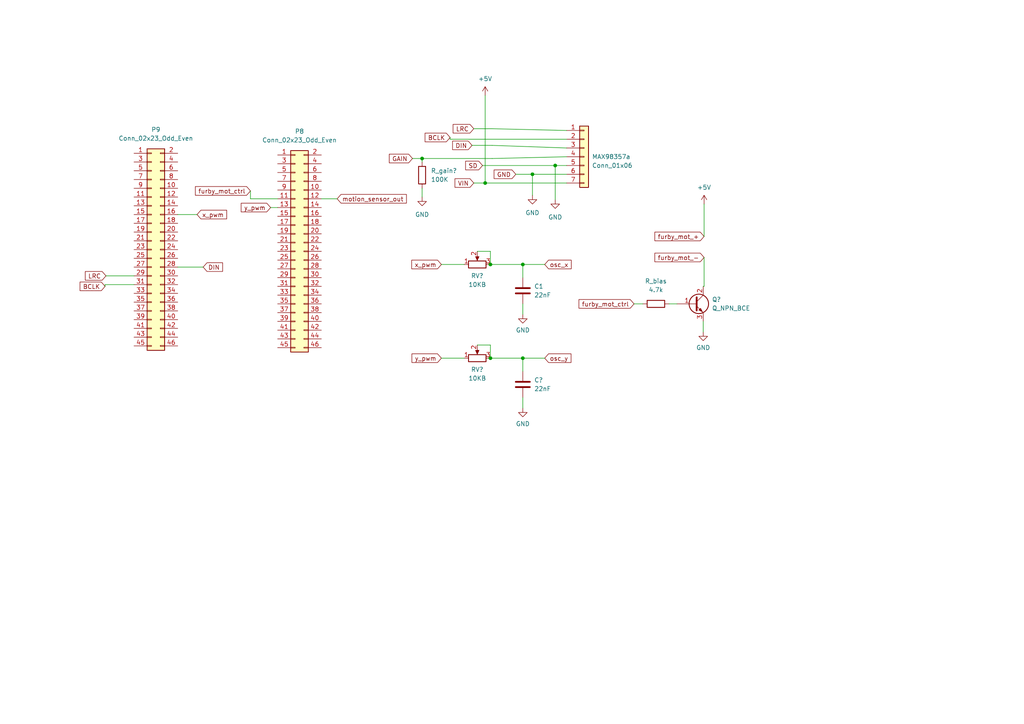
<source format=kicad_sch>
(kicad_sch (version 20211123) (generator eeschema)

  (uuid 5df4bb5f-dab6-42dd-8ba3-26d4b29056d5)

  (paper "A4")

  (title_block
    (title "Furby Controller")
  )

  (lib_symbols
    (symbol "Connector_Generic:Conn_01x07" (pin_names (offset 1.016) hide) (in_bom yes) (on_board yes)
      (property "Reference" "J" (id 0) (at 0 10.16 0)
        (effects (font (size 1.27 1.27)))
      )
      (property "Value" "Conn_01x07" (id 1) (at 0 -10.16 0)
        (effects (font (size 1.27 1.27)))
      )
      (property "Footprint" "" (id 2) (at 0 0 0)
        (effects (font (size 1.27 1.27)) hide)
      )
      (property "Datasheet" "~" (id 3) (at 0 0 0)
        (effects (font (size 1.27 1.27)) hide)
      )
      (property "ki_keywords" "connector" (id 4) (at 0 0 0)
        (effects (font (size 1.27 1.27)) hide)
      )
      (property "ki_description" "Generic connector, single row, 01x07, script generated (kicad-library-utils/schlib/autogen/connector/)" (id 5) (at 0 0 0)
        (effects (font (size 1.27 1.27)) hide)
      )
      (property "ki_fp_filters" "Connector*:*_1x??_*" (id 6) (at 0 0 0)
        (effects (font (size 1.27 1.27)) hide)
      )
      (symbol "Conn_01x07_1_1"
        (rectangle (start -1.27 -7.493) (end 0 -7.747)
          (stroke (width 0.1524) (type default) (color 0 0 0 0))
          (fill (type none))
        )
        (rectangle (start -1.27 -4.953) (end 0 -5.207)
          (stroke (width 0.1524) (type default) (color 0 0 0 0))
          (fill (type none))
        )
        (rectangle (start -1.27 -2.413) (end 0 -2.667)
          (stroke (width 0.1524) (type default) (color 0 0 0 0))
          (fill (type none))
        )
        (rectangle (start -1.27 0.127) (end 0 -0.127)
          (stroke (width 0.1524) (type default) (color 0 0 0 0))
          (fill (type none))
        )
        (rectangle (start -1.27 2.667) (end 0 2.413)
          (stroke (width 0.1524) (type default) (color 0 0 0 0))
          (fill (type none))
        )
        (rectangle (start -1.27 5.207) (end 0 4.953)
          (stroke (width 0.1524) (type default) (color 0 0 0 0))
          (fill (type none))
        )
        (rectangle (start -1.27 7.747) (end 0 7.493)
          (stroke (width 0.1524) (type default) (color 0 0 0 0))
          (fill (type none))
        )
        (rectangle (start -1.27 8.89) (end 1.27 -8.89)
          (stroke (width 0.254) (type default) (color 0 0 0 0))
          (fill (type background))
        )
        (pin passive line (at -5.08 7.62 0) (length 3.81)
          (name "Pin_1" (effects (font (size 1.27 1.27))))
          (number "1" (effects (font (size 1.27 1.27))))
        )
        (pin passive line (at -5.08 5.08 0) (length 3.81)
          (name "Pin_2" (effects (font (size 1.27 1.27))))
          (number "2" (effects (font (size 1.27 1.27))))
        )
        (pin passive line (at -5.08 2.54 0) (length 3.81)
          (name "Pin_3" (effects (font (size 1.27 1.27))))
          (number "3" (effects (font (size 1.27 1.27))))
        )
        (pin passive line (at -5.08 0 0) (length 3.81)
          (name "Pin_4" (effects (font (size 1.27 1.27))))
          (number "4" (effects (font (size 1.27 1.27))))
        )
        (pin passive line (at -5.08 -2.54 0) (length 3.81)
          (name "Pin_5" (effects (font (size 1.27 1.27))))
          (number "5" (effects (font (size 1.27 1.27))))
        )
        (pin passive line (at -5.08 -5.08 0) (length 3.81)
          (name "Pin_6" (effects (font (size 1.27 1.27))))
          (number "6" (effects (font (size 1.27 1.27))))
        )
        (pin passive line (at -5.08 -7.62 0) (length 3.81)
          (name "Pin_7" (effects (font (size 1.27 1.27))))
          (number "7" (effects (font (size 1.27 1.27))))
        )
      )
    )
    (symbol "Connector_Generic:Conn_02x23_Odd_Even" (pin_names (offset 1.016) hide) (in_bom yes) (on_board yes)
      (property "Reference" "J" (id 0) (at 1.27 30.48 0)
        (effects (font (size 1.27 1.27)))
      )
      (property "Value" "Conn_02x23_Odd_Even" (id 1) (at 1.27 -30.48 0)
        (effects (font (size 1.27 1.27)))
      )
      (property "Footprint" "" (id 2) (at 0 0 0)
        (effects (font (size 1.27 1.27)) hide)
      )
      (property "Datasheet" "~" (id 3) (at 0 0 0)
        (effects (font (size 1.27 1.27)) hide)
      )
      (property "ki_keywords" "connector" (id 4) (at 0 0 0)
        (effects (font (size 1.27 1.27)) hide)
      )
      (property "ki_description" "Generic connector, double row, 02x23, odd/even pin numbering scheme (row 1 odd numbers, row 2 even numbers), script generated (kicad-library-utils/schlib/autogen/connector/)" (id 5) (at 0 0 0)
        (effects (font (size 1.27 1.27)) hide)
      )
      (property "ki_fp_filters" "Connector*:*_2x??_*" (id 6) (at 0 0 0)
        (effects (font (size 1.27 1.27)) hide)
      )
      (symbol "Conn_02x23_Odd_Even_1_1"
        (rectangle (start -1.27 -27.813) (end 0 -28.067)
          (stroke (width 0.1524) (type default) (color 0 0 0 0))
          (fill (type none))
        )
        (rectangle (start -1.27 -25.273) (end 0 -25.527)
          (stroke (width 0.1524) (type default) (color 0 0 0 0))
          (fill (type none))
        )
        (rectangle (start -1.27 -22.733) (end 0 -22.987)
          (stroke (width 0.1524) (type default) (color 0 0 0 0))
          (fill (type none))
        )
        (rectangle (start -1.27 -20.193) (end 0 -20.447)
          (stroke (width 0.1524) (type default) (color 0 0 0 0))
          (fill (type none))
        )
        (rectangle (start -1.27 -17.653) (end 0 -17.907)
          (stroke (width 0.1524) (type default) (color 0 0 0 0))
          (fill (type none))
        )
        (rectangle (start -1.27 -15.113) (end 0 -15.367)
          (stroke (width 0.1524) (type default) (color 0 0 0 0))
          (fill (type none))
        )
        (rectangle (start -1.27 -12.573) (end 0 -12.827)
          (stroke (width 0.1524) (type default) (color 0 0 0 0))
          (fill (type none))
        )
        (rectangle (start -1.27 -10.033) (end 0 -10.287)
          (stroke (width 0.1524) (type default) (color 0 0 0 0))
          (fill (type none))
        )
        (rectangle (start -1.27 -7.493) (end 0 -7.747)
          (stroke (width 0.1524) (type default) (color 0 0 0 0))
          (fill (type none))
        )
        (rectangle (start -1.27 -4.953) (end 0 -5.207)
          (stroke (width 0.1524) (type default) (color 0 0 0 0))
          (fill (type none))
        )
        (rectangle (start -1.27 -2.413) (end 0 -2.667)
          (stroke (width 0.1524) (type default) (color 0 0 0 0))
          (fill (type none))
        )
        (rectangle (start -1.27 0.127) (end 0 -0.127)
          (stroke (width 0.1524) (type default) (color 0 0 0 0))
          (fill (type none))
        )
        (rectangle (start -1.27 2.667) (end 0 2.413)
          (stroke (width 0.1524) (type default) (color 0 0 0 0))
          (fill (type none))
        )
        (rectangle (start -1.27 5.207) (end 0 4.953)
          (stroke (width 0.1524) (type default) (color 0 0 0 0))
          (fill (type none))
        )
        (rectangle (start -1.27 7.747) (end 0 7.493)
          (stroke (width 0.1524) (type default) (color 0 0 0 0))
          (fill (type none))
        )
        (rectangle (start -1.27 10.287) (end 0 10.033)
          (stroke (width 0.1524) (type default) (color 0 0 0 0))
          (fill (type none))
        )
        (rectangle (start -1.27 12.827) (end 0 12.573)
          (stroke (width 0.1524) (type default) (color 0 0 0 0))
          (fill (type none))
        )
        (rectangle (start -1.27 15.367) (end 0 15.113)
          (stroke (width 0.1524) (type default) (color 0 0 0 0))
          (fill (type none))
        )
        (rectangle (start -1.27 17.907) (end 0 17.653)
          (stroke (width 0.1524) (type default) (color 0 0 0 0))
          (fill (type none))
        )
        (rectangle (start -1.27 20.447) (end 0 20.193)
          (stroke (width 0.1524) (type default) (color 0 0 0 0))
          (fill (type none))
        )
        (rectangle (start -1.27 22.987) (end 0 22.733)
          (stroke (width 0.1524) (type default) (color 0 0 0 0))
          (fill (type none))
        )
        (rectangle (start -1.27 25.527) (end 0 25.273)
          (stroke (width 0.1524) (type default) (color 0 0 0 0))
          (fill (type none))
        )
        (rectangle (start -1.27 28.067) (end 0 27.813)
          (stroke (width 0.1524) (type default) (color 0 0 0 0))
          (fill (type none))
        )
        (rectangle (start -1.27 29.21) (end 3.81 -29.21)
          (stroke (width 0.254) (type default) (color 0 0 0 0))
          (fill (type background))
        )
        (rectangle (start 3.81 -27.813) (end 2.54 -28.067)
          (stroke (width 0.1524) (type default) (color 0 0 0 0))
          (fill (type none))
        )
        (rectangle (start 3.81 -25.273) (end 2.54 -25.527)
          (stroke (width 0.1524) (type default) (color 0 0 0 0))
          (fill (type none))
        )
        (rectangle (start 3.81 -22.733) (end 2.54 -22.987)
          (stroke (width 0.1524) (type default) (color 0 0 0 0))
          (fill (type none))
        )
        (rectangle (start 3.81 -20.193) (end 2.54 -20.447)
          (stroke (width 0.1524) (type default) (color 0 0 0 0))
          (fill (type none))
        )
        (rectangle (start 3.81 -17.653) (end 2.54 -17.907)
          (stroke (width 0.1524) (type default) (color 0 0 0 0))
          (fill (type none))
        )
        (rectangle (start 3.81 -15.113) (end 2.54 -15.367)
          (stroke (width 0.1524) (type default) (color 0 0 0 0))
          (fill (type none))
        )
        (rectangle (start 3.81 -12.573) (end 2.54 -12.827)
          (stroke (width 0.1524) (type default) (color 0 0 0 0))
          (fill (type none))
        )
        (rectangle (start 3.81 -10.033) (end 2.54 -10.287)
          (stroke (width 0.1524) (type default) (color 0 0 0 0))
          (fill (type none))
        )
        (rectangle (start 3.81 -7.493) (end 2.54 -7.747)
          (stroke (width 0.1524) (type default) (color 0 0 0 0))
          (fill (type none))
        )
        (rectangle (start 3.81 -4.953) (end 2.54 -5.207)
          (stroke (width 0.1524) (type default) (color 0 0 0 0))
          (fill (type none))
        )
        (rectangle (start 3.81 -2.413) (end 2.54 -2.667)
          (stroke (width 0.1524) (type default) (color 0 0 0 0))
          (fill (type none))
        )
        (rectangle (start 3.81 0.127) (end 2.54 -0.127)
          (stroke (width 0.1524) (type default) (color 0 0 0 0))
          (fill (type none))
        )
        (rectangle (start 3.81 2.667) (end 2.54 2.413)
          (stroke (width 0.1524) (type default) (color 0 0 0 0))
          (fill (type none))
        )
        (rectangle (start 3.81 5.207) (end 2.54 4.953)
          (stroke (width 0.1524) (type default) (color 0 0 0 0))
          (fill (type none))
        )
        (rectangle (start 3.81 7.747) (end 2.54 7.493)
          (stroke (width 0.1524) (type default) (color 0 0 0 0))
          (fill (type none))
        )
        (rectangle (start 3.81 10.287) (end 2.54 10.033)
          (stroke (width 0.1524) (type default) (color 0 0 0 0))
          (fill (type none))
        )
        (rectangle (start 3.81 12.827) (end 2.54 12.573)
          (stroke (width 0.1524) (type default) (color 0 0 0 0))
          (fill (type none))
        )
        (rectangle (start 3.81 15.367) (end 2.54 15.113)
          (stroke (width 0.1524) (type default) (color 0 0 0 0))
          (fill (type none))
        )
        (rectangle (start 3.81 17.907) (end 2.54 17.653)
          (stroke (width 0.1524) (type default) (color 0 0 0 0))
          (fill (type none))
        )
        (rectangle (start 3.81 20.447) (end 2.54 20.193)
          (stroke (width 0.1524) (type default) (color 0 0 0 0))
          (fill (type none))
        )
        (rectangle (start 3.81 22.987) (end 2.54 22.733)
          (stroke (width 0.1524) (type default) (color 0 0 0 0))
          (fill (type none))
        )
        (rectangle (start 3.81 25.527) (end 2.54 25.273)
          (stroke (width 0.1524) (type default) (color 0 0 0 0))
          (fill (type none))
        )
        (rectangle (start 3.81 28.067) (end 2.54 27.813)
          (stroke (width 0.1524) (type default) (color 0 0 0 0))
          (fill (type none))
        )
        (pin passive line (at -5.08 27.94 0) (length 3.81)
          (name "Pin_1" (effects (font (size 1.27 1.27))))
          (number "1" (effects (font (size 1.27 1.27))))
        )
        (pin passive line (at 7.62 17.78 180) (length 3.81)
          (name "Pin_10" (effects (font (size 1.27 1.27))))
          (number "10" (effects (font (size 1.27 1.27))))
        )
        (pin passive line (at -5.08 15.24 0) (length 3.81)
          (name "Pin_11" (effects (font (size 1.27 1.27))))
          (number "11" (effects (font (size 1.27 1.27))))
        )
        (pin passive line (at 7.62 15.24 180) (length 3.81)
          (name "Pin_12" (effects (font (size 1.27 1.27))))
          (number "12" (effects (font (size 1.27 1.27))))
        )
        (pin passive line (at -5.08 12.7 0) (length 3.81)
          (name "Pin_13" (effects (font (size 1.27 1.27))))
          (number "13" (effects (font (size 1.27 1.27))))
        )
        (pin passive line (at 7.62 12.7 180) (length 3.81)
          (name "Pin_14" (effects (font (size 1.27 1.27))))
          (number "14" (effects (font (size 1.27 1.27))))
        )
        (pin passive line (at -5.08 10.16 0) (length 3.81)
          (name "Pin_15" (effects (font (size 1.27 1.27))))
          (number "15" (effects (font (size 1.27 1.27))))
        )
        (pin passive line (at 7.62 10.16 180) (length 3.81)
          (name "Pin_16" (effects (font (size 1.27 1.27))))
          (number "16" (effects (font (size 1.27 1.27))))
        )
        (pin passive line (at -5.08 7.62 0) (length 3.81)
          (name "Pin_17" (effects (font (size 1.27 1.27))))
          (number "17" (effects (font (size 1.27 1.27))))
        )
        (pin passive line (at 7.62 7.62 180) (length 3.81)
          (name "Pin_18" (effects (font (size 1.27 1.27))))
          (number "18" (effects (font (size 1.27 1.27))))
        )
        (pin passive line (at -5.08 5.08 0) (length 3.81)
          (name "Pin_19" (effects (font (size 1.27 1.27))))
          (number "19" (effects (font (size 1.27 1.27))))
        )
        (pin passive line (at 7.62 27.94 180) (length 3.81)
          (name "Pin_2" (effects (font (size 1.27 1.27))))
          (number "2" (effects (font (size 1.27 1.27))))
        )
        (pin passive line (at 7.62 5.08 180) (length 3.81)
          (name "Pin_20" (effects (font (size 1.27 1.27))))
          (number "20" (effects (font (size 1.27 1.27))))
        )
        (pin passive line (at -5.08 2.54 0) (length 3.81)
          (name "Pin_21" (effects (font (size 1.27 1.27))))
          (number "21" (effects (font (size 1.27 1.27))))
        )
        (pin passive line (at 7.62 2.54 180) (length 3.81)
          (name "Pin_22" (effects (font (size 1.27 1.27))))
          (number "22" (effects (font (size 1.27 1.27))))
        )
        (pin passive line (at -5.08 0 0) (length 3.81)
          (name "Pin_23" (effects (font (size 1.27 1.27))))
          (number "23" (effects (font (size 1.27 1.27))))
        )
        (pin passive line (at 7.62 0 180) (length 3.81)
          (name "Pin_24" (effects (font (size 1.27 1.27))))
          (number "24" (effects (font (size 1.27 1.27))))
        )
        (pin passive line (at -5.08 -2.54 0) (length 3.81)
          (name "Pin_25" (effects (font (size 1.27 1.27))))
          (number "25" (effects (font (size 1.27 1.27))))
        )
        (pin passive line (at 7.62 -2.54 180) (length 3.81)
          (name "Pin_26" (effects (font (size 1.27 1.27))))
          (number "26" (effects (font (size 1.27 1.27))))
        )
        (pin passive line (at -5.08 -5.08 0) (length 3.81)
          (name "Pin_27" (effects (font (size 1.27 1.27))))
          (number "27" (effects (font (size 1.27 1.27))))
        )
        (pin passive line (at 7.62 -5.08 180) (length 3.81)
          (name "Pin_28" (effects (font (size 1.27 1.27))))
          (number "28" (effects (font (size 1.27 1.27))))
        )
        (pin passive line (at -5.08 -7.62 0) (length 3.81)
          (name "Pin_29" (effects (font (size 1.27 1.27))))
          (number "29" (effects (font (size 1.27 1.27))))
        )
        (pin passive line (at -5.08 25.4 0) (length 3.81)
          (name "Pin_3" (effects (font (size 1.27 1.27))))
          (number "3" (effects (font (size 1.27 1.27))))
        )
        (pin passive line (at 7.62 -7.62 180) (length 3.81)
          (name "Pin_30" (effects (font (size 1.27 1.27))))
          (number "30" (effects (font (size 1.27 1.27))))
        )
        (pin passive line (at -5.08 -10.16 0) (length 3.81)
          (name "Pin_31" (effects (font (size 1.27 1.27))))
          (number "31" (effects (font (size 1.27 1.27))))
        )
        (pin passive line (at 7.62 -10.16 180) (length 3.81)
          (name "Pin_32" (effects (font (size 1.27 1.27))))
          (number "32" (effects (font (size 1.27 1.27))))
        )
        (pin passive line (at -5.08 -12.7 0) (length 3.81)
          (name "Pin_33" (effects (font (size 1.27 1.27))))
          (number "33" (effects (font (size 1.27 1.27))))
        )
        (pin passive line (at 7.62 -12.7 180) (length 3.81)
          (name "Pin_34" (effects (font (size 1.27 1.27))))
          (number "34" (effects (font (size 1.27 1.27))))
        )
        (pin passive line (at -5.08 -15.24 0) (length 3.81)
          (name "Pin_35" (effects (font (size 1.27 1.27))))
          (number "35" (effects (font (size 1.27 1.27))))
        )
        (pin passive line (at 7.62 -15.24 180) (length 3.81)
          (name "Pin_36" (effects (font (size 1.27 1.27))))
          (number "36" (effects (font (size 1.27 1.27))))
        )
        (pin passive line (at -5.08 -17.78 0) (length 3.81)
          (name "Pin_37" (effects (font (size 1.27 1.27))))
          (number "37" (effects (font (size 1.27 1.27))))
        )
        (pin passive line (at 7.62 -17.78 180) (length 3.81)
          (name "Pin_38" (effects (font (size 1.27 1.27))))
          (number "38" (effects (font (size 1.27 1.27))))
        )
        (pin passive line (at -5.08 -20.32 0) (length 3.81)
          (name "Pin_39" (effects (font (size 1.27 1.27))))
          (number "39" (effects (font (size 1.27 1.27))))
        )
        (pin passive line (at 7.62 25.4 180) (length 3.81)
          (name "Pin_4" (effects (font (size 1.27 1.27))))
          (number "4" (effects (font (size 1.27 1.27))))
        )
        (pin passive line (at 7.62 -20.32 180) (length 3.81)
          (name "Pin_40" (effects (font (size 1.27 1.27))))
          (number "40" (effects (font (size 1.27 1.27))))
        )
        (pin passive line (at -5.08 -22.86 0) (length 3.81)
          (name "Pin_41" (effects (font (size 1.27 1.27))))
          (number "41" (effects (font (size 1.27 1.27))))
        )
        (pin passive line (at 7.62 -22.86 180) (length 3.81)
          (name "Pin_42" (effects (font (size 1.27 1.27))))
          (number "42" (effects (font (size 1.27 1.27))))
        )
        (pin passive line (at -5.08 -25.4 0) (length 3.81)
          (name "Pin_43" (effects (font (size 1.27 1.27))))
          (number "43" (effects (font (size 1.27 1.27))))
        )
        (pin passive line (at 7.62 -25.4 180) (length 3.81)
          (name "Pin_44" (effects (font (size 1.27 1.27))))
          (number "44" (effects (font (size 1.27 1.27))))
        )
        (pin passive line (at -5.08 -27.94 0) (length 3.81)
          (name "Pin_45" (effects (font (size 1.27 1.27))))
          (number "45" (effects (font (size 1.27 1.27))))
        )
        (pin passive line (at 7.62 -27.94 180) (length 3.81)
          (name "Pin_46" (effects (font (size 1.27 1.27))))
          (number "46" (effects (font (size 1.27 1.27))))
        )
        (pin passive line (at -5.08 22.86 0) (length 3.81)
          (name "Pin_5" (effects (font (size 1.27 1.27))))
          (number "5" (effects (font (size 1.27 1.27))))
        )
        (pin passive line (at 7.62 22.86 180) (length 3.81)
          (name "Pin_6" (effects (font (size 1.27 1.27))))
          (number "6" (effects (font (size 1.27 1.27))))
        )
        (pin passive line (at -5.08 20.32 0) (length 3.81)
          (name "Pin_7" (effects (font (size 1.27 1.27))))
          (number "7" (effects (font (size 1.27 1.27))))
        )
        (pin passive line (at 7.62 20.32 180) (length 3.81)
          (name "Pin_8" (effects (font (size 1.27 1.27))))
          (number "8" (effects (font (size 1.27 1.27))))
        )
        (pin passive line (at -5.08 17.78 0) (length 3.81)
          (name "Pin_9" (effects (font (size 1.27 1.27))))
          (number "9" (effects (font (size 1.27 1.27))))
        )
      )
    )
    (symbol "Device:C" (pin_numbers hide) (pin_names (offset 0.254)) (in_bom yes) (on_board yes)
      (property "Reference" "C" (id 0) (at 0.635 2.54 0)
        (effects (font (size 1.27 1.27)) (justify left))
      )
      (property "Value" "C" (id 1) (at 0.635 -2.54 0)
        (effects (font (size 1.27 1.27)) (justify left))
      )
      (property "Footprint" "" (id 2) (at 0.9652 -3.81 0)
        (effects (font (size 1.27 1.27)) hide)
      )
      (property "Datasheet" "~" (id 3) (at 0 0 0)
        (effects (font (size 1.27 1.27)) hide)
      )
      (property "ki_keywords" "cap capacitor" (id 4) (at 0 0 0)
        (effects (font (size 1.27 1.27)) hide)
      )
      (property "ki_description" "Unpolarized capacitor" (id 5) (at 0 0 0)
        (effects (font (size 1.27 1.27)) hide)
      )
      (property "ki_fp_filters" "C_*" (id 6) (at 0 0 0)
        (effects (font (size 1.27 1.27)) hide)
      )
      (symbol "C_0_1"
        (polyline
          (pts
            (xy -2.032 -0.762)
            (xy 2.032 -0.762)
          )
          (stroke (width 0.508) (type default) (color 0 0 0 0))
          (fill (type none))
        )
        (polyline
          (pts
            (xy -2.032 0.762)
            (xy 2.032 0.762)
          )
          (stroke (width 0.508) (type default) (color 0 0 0 0))
          (fill (type none))
        )
      )
      (symbol "C_1_1"
        (pin passive line (at 0 3.81 270) (length 2.794)
          (name "~" (effects (font (size 1.27 1.27))))
          (number "1" (effects (font (size 1.27 1.27))))
        )
        (pin passive line (at 0 -3.81 90) (length 2.794)
          (name "~" (effects (font (size 1.27 1.27))))
          (number "2" (effects (font (size 1.27 1.27))))
        )
      )
    )
    (symbol "Device:Q_NPN_BCE" (pin_names (offset 0) hide) (in_bom yes) (on_board yes)
      (property "Reference" "Q" (id 0) (at 5.08 1.27 0)
        (effects (font (size 1.27 1.27)) (justify left))
      )
      (property "Value" "Q_NPN_BCE" (id 1) (at 5.08 -1.27 0)
        (effects (font (size 1.27 1.27)) (justify left))
      )
      (property "Footprint" "" (id 2) (at 5.08 2.54 0)
        (effects (font (size 1.27 1.27)) hide)
      )
      (property "Datasheet" "~" (id 3) (at 0 0 0)
        (effects (font (size 1.27 1.27)) hide)
      )
      (property "ki_keywords" "transistor NPN" (id 4) (at 0 0 0)
        (effects (font (size 1.27 1.27)) hide)
      )
      (property "ki_description" "NPN transistor, base/collector/emitter" (id 5) (at 0 0 0)
        (effects (font (size 1.27 1.27)) hide)
      )
      (symbol "Q_NPN_BCE_0_1"
        (polyline
          (pts
            (xy 0.635 0.635)
            (xy 2.54 2.54)
          )
          (stroke (width 0) (type default) (color 0 0 0 0))
          (fill (type none))
        )
        (polyline
          (pts
            (xy 0.635 -0.635)
            (xy 2.54 -2.54)
            (xy 2.54 -2.54)
          )
          (stroke (width 0) (type default) (color 0 0 0 0))
          (fill (type none))
        )
        (polyline
          (pts
            (xy 0.635 1.905)
            (xy 0.635 -1.905)
            (xy 0.635 -1.905)
          )
          (stroke (width 0.508) (type default) (color 0 0 0 0))
          (fill (type none))
        )
        (polyline
          (pts
            (xy 1.27 -1.778)
            (xy 1.778 -1.27)
            (xy 2.286 -2.286)
            (xy 1.27 -1.778)
            (xy 1.27 -1.778)
          )
          (stroke (width 0) (type default) (color 0 0 0 0))
          (fill (type outline))
        )
        (circle (center 1.27 0) (radius 2.8194)
          (stroke (width 0.254) (type default) (color 0 0 0 0))
          (fill (type none))
        )
      )
      (symbol "Q_NPN_BCE_1_1"
        (pin input line (at -5.08 0 0) (length 5.715)
          (name "B" (effects (font (size 1.27 1.27))))
          (number "1" (effects (font (size 1.27 1.27))))
        )
        (pin passive line (at 2.54 5.08 270) (length 2.54)
          (name "C" (effects (font (size 1.27 1.27))))
          (number "2" (effects (font (size 1.27 1.27))))
        )
        (pin passive line (at 2.54 -5.08 90) (length 2.54)
          (name "E" (effects (font (size 1.27 1.27))))
          (number "3" (effects (font (size 1.27 1.27))))
        )
      )
    )
    (symbol "Device:R" (pin_numbers hide) (pin_names (offset 0)) (in_bom yes) (on_board yes)
      (property "Reference" "R" (id 0) (at 2.032 0 90)
        (effects (font (size 1.27 1.27)))
      )
      (property "Value" "R" (id 1) (at 0 0 90)
        (effects (font (size 1.27 1.27)))
      )
      (property "Footprint" "" (id 2) (at -1.778 0 90)
        (effects (font (size 1.27 1.27)) hide)
      )
      (property "Datasheet" "~" (id 3) (at 0 0 0)
        (effects (font (size 1.27 1.27)) hide)
      )
      (property "ki_keywords" "R res resistor" (id 4) (at 0 0 0)
        (effects (font (size 1.27 1.27)) hide)
      )
      (property "ki_description" "Resistor" (id 5) (at 0 0 0)
        (effects (font (size 1.27 1.27)) hide)
      )
      (property "ki_fp_filters" "R_*" (id 6) (at 0 0 0)
        (effects (font (size 1.27 1.27)) hide)
      )
      (symbol "R_0_1"
        (rectangle (start -1.016 -2.54) (end 1.016 2.54)
          (stroke (width 0.254) (type default) (color 0 0 0 0))
          (fill (type none))
        )
      )
      (symbol "R_1_1"
        (pin passive line (at 0 3.81 270) (length 1.27)
          (name "~" (effects (font (size 1.27 1.27))))
          (number "1" (effects (font (size 1.27 1.27))))
        )
        (pin passive line (at 0 -3.81 90) (length 1.27)
          (name "~" (effects (font (size 1.27 1.27))))
          (number "2" (effects (font (size 1.27 1.27))))
        )
      )
    )
    (symbol "Device:R_Potentiometer" (pin_names (offset 1.016) hide) (in_bom yes) (on_board yes)
      (property "Reference" "RV" (id 0) (at -4.445 0 90)
        (effects (font (size 1.27 1.27)))
      )
      (property "Value" "R_Potentiometer" (id 1) (at -2.54 0 90)
        (effects (font (size 1.27 1.27)))
      )
      (property "Footprint" "" (id 2) (at 0 0 0)
        (effects (font (size 1.27 1.27)) hide)
      )
      (property "Datasheet" "~" (id 3) (at 0 0 0)
        (effects (font (size 1.27 1.27)) hide)
      )
      (property "ki_keywords" "resistor variable" (id 4) (at 0 0 0)
        (effects (font (size 1.27 1.27)) hide)
      )
      (property "ki_description" "Potentiometer" (id 5) (at 0 0 0)
        (effects (font (size 1.27 1.27)) hide)
      )
      (property "ki_fp_filters" "Potentiometer*" (id 6) (at 0 0 0)
        (effects (font (size 1.27 1.27)) hide)
      )
      (symbol "R_Potentiometer_0_1"
        (polyline
          (pts
            (xy 2.54 0)
            (xy 1.524 0)
          )
          (stroke (width 0) (type default) (color 0 0 0 0))
          (fill (type none))
        )
        (polyline
          (pts
            (xy 1.143 0)
            (xy 2.286 0.508)
            (xy 2.286 -0.508)
            (xy 1.143 0)
          )
          (stroke (width 0) (type default) (color 0 0 0 0))
          (fill (type outline))
        )
        (rectangle (start 1.016 2.54) (end -1.016 -2.54)
          (stroke (width 0.254) (type default) (color 0 0 0 0))
          (fill (type none))
        )
      )
      (symbol "R_Potentiometer_1_1"
        (pin passive line (at 0 3.81 270) (length 1.27)
          (name "1" (effects (font (size 1.27 1.27))))
          (number "1" (effects (font (size 1.27 1.27))))
        )
        (pin passive line (at 3.81 0 180) (length 1.27)
          (name "2" (effects (font (size 1.27 1.27))))
          (number "2" (effects (font (size 1.27 1.27))))
        )
        (pin passive line (at 0 -3.81 90) (length 1.27)
          (name "3" (effects (font (size 1.27 1.27))))
          (number "3" (effects (font (size 1.27 1.27))))
        )
      )
    )
    (symbol "power:+5V" (power) (pin_names (offset 0)) (in_bom yes) (on_board yes)
      (property "Reference" "#PWR" (id 0) (at 0 -3.81 0)
        (effects (font (size 1.27 1.27)) hide)
      )
      (property "Value" "+5V" (id 1) (at 0 3.556 0)
        (effects (font (size 1.27 1.27)))
      )
      (property "Footprint" "" (id 2) (at 0 0 0)
        (effects (font (size 1.27 1.27)) hide)
      )
      (property "Datasheet" "" (id 3) (at 0 0 0)
        (effects (font (size 1.27 1.27)) hide)
      )
      (property "ki_keywords" "global power" (id 4) (at 0 0 0)
        (effects (font (size 1.27 1.27)) hide)
      )
      (property "ki_description" "Power symbol creates a global label with name \"+5V\"" (id 5) (at 0 0 0)
        (effects (font (size 1.27 1.27)) hide)
      )
      (symbol "+5V_0_1"
        (polyline
          (pts
            (xy -0.762 1.27)
            (xy 0 2.54)
          )
          (stroke (width 0) (type default) (color 0 0 0 0))
          (fill (type none))
        )
        (polyline
          (pts
            (xy 0 0)
            (xy 0 2.54)
          )
          (stroke (width 0) (type default) (color 0 0 0 0))
          (fill (type none))
        )
        (polyline
          (pts
            (xy 0 2.54)
            (xy 0.762 1.27)
          )
          (stroke (width 0) (type default) (color 0 0 0 0))
          (fill (type none))
        )
      )
      (symbol "+5V_1_1"
        (pin power_in line (at 0 0 90) (length 0) hide
          (name "+5V" (effects (font (size 1.27 1.27))))
          (number "1" (effects (font (size 1.27 1.27))))
        )
      )
    )
    (symbol "power:GND" (power) (pin_names (offset 0)) (in_bom yes) (on_board yes)
      (property "Reference" "#PWR" (id 0) (at 0 -6.35 0)
        (effects (font (size 1.27 1.27)) hide)
      )
      (property "Value" "GND" (id 1) (at 0 -3.81 0)
        (effects (font (size 1.27 1.27)))
      )
      (property "Footprint" "" (id 2) (at 0 0 0)
        (effects (font (size 1.27 1.27)) hide)
      )
      (property "Datasheet" "" (id 3) (at 0 0 0)
        (effects (font (size 1.27 1.27)) hide)
      )
      (property "ki_keywords" "global power" (id 4) (at 0 0 0)
        (effects (font (size 1.27 1.27)) hide)
      )
      (property "ki_description" "Power symbol creates a global label with name \"GND\" , ground" (id 5) (at 0 0 0)
        (effects (font (size 1.27 1.27)) hide)
      )
      (symbol "GND_0_1"
        (polyline
          (pts
            (xy 0 0)
            (xy 0 -1.27)
            (xy 1.27 -1.27)
            (xy 0 -2.54)
            (xy -1.27 -1.27)
            (xy 0 -1.27)
          )
          (stroke (width 0) (type default) (color 0 0 0 0))
          (fill (type none))
        )
      )
      (symbol "GND_1_1"
        (pin power_in line (at 0 0 270) (length 0) hide
          (name "GND" (effects (font (size 1.27 1.27))))
          (number "1" (effects (font (size 1.27 1.27))))
        )
      )
    )
  )

  (junction (at 151.638 103.886) (diameter 0) (color 0 0 0 0)
    (uuid 2d4a204a-2afc-4430-9b09-990fe4a8723a)
  )
  (junction (at 151.638 76.708) (diameter 0) (color 0 0 0 0)
    (uuid 3fb2391e-bcac-4e7f-b592-4f3db3cafdca)
  )
  (junction (at 161.036 48.006) (diameter 0) (color 0 0 0 0)
    (uuid 6b9d38b2-bcb4-4253-bba6-de10aaf528c4)
  )
  (junction (at 122.428 45.974) (diameter 0) (color 0 0 0 0)
    (uuid 81099b28-953b-4c5e-867d-1948bc9eeef5)
  )
  (junction (at 142.24 76.708) (diameter 0) (color 0 0 0 0)
    (uuid 82eee2b0-9334-4bea-b7de-5148cebe7bd3)
  )
  (junction (at 140.716 53.086) (diameter 0) (color 0 0 0 0)
    (uuid 8f035212-44d9-4b68-a2f8-74e0a395e63e)
  )
  (junction (at 142.24 103.886) (diameter 0) (color 0 0 0 0)
    (uuid c7c0d699-c117-4527-a48e-ad725398e286)
  )
  (junction (at 154.432 50.546) (diameter 0) (color 0 0 0 0)
    (uuid f0ba9524-61ee-4c8a-b8a9-8d61deef075b)
  )

  (wire (pts (xy 203.962 93.218) (xy 203.962 96.266))
    (stroke (width 0) (type default) (color 0 0 0 0))
    (uuid 03c74e87-3b75-44a7-bbc3-b242e76a0db9)
  )
  (wire (pts (xy 128.016 103.886) (xy 134.62 103.886))
    (stroke (width 0) (type default) (color 0 0 0 0))
    (uuid 08836824-293d-435f-a6ca-fb4286722f62)
  )
  (wire (pts (xy 139.954 48.006) (xy 161.036 48.006))
    (stroke (width 0) (type default) (color 0 0 0 0))
    (uuid 08ec15e2-84a0-4bba-bc7f-6cb52fcb81a4)
  )
  (wire (pts (xy 142.24 103.886) (xy 151.638 103.886))
    (stroke (width 0) (type default) (color 0 0 0 0))
    (uuid 0a7c1e0d-3c41-499c-b672-08382298a3b9)
  )
  (wire (pts (xy 164.338 50.546) (xy 154.432 50.546))
    (stroke (width 0) (type default) (color 0 0 0 0))
    (uuid 16a6999e-f115-4629-807a-ba2d0f8b76a6)
  )
  (wire (pts (xy 51.562 62.23) (xy 57.15 62.23))
    (stroke (width 0) (type default) (color 0 0 0 0))
    (uuid 1be4f673-882c-48b5-a8d0-f16bb6fe1260)
  )
  (wire (pts (xy 204.216 59.182) (xy 204.216 68.58))
    (stroke (width 0) (type default) (color 0 0 0 0))
    (uuid 20fd1e3a-2728-4f8b-9b87-fde59a713d90)
  )
  (wire (pts (xy 151.638 76.708) (xy 151.638 80.518))
    (stroke (width 0) (type default) (color 0 0 0 0))
    (uuid 28eb8b90-62a6-41c6-af3a-cdfe43c96ca0)
  )
  (wire (pts (xy 151.638 76.708) (xy 157.988 76.708))
    (stroke (width 0) (type default) (color 0 0 0 0))
    (uuid 2fa3a8ce-995a-4841-81c9-4bdef44bafe0)
  )
  (wire (pts (xy 30.48 82.55) (xy 30.48 83.058))
    (stroke (width 0) (type default) (color 0 0 0 0))
    (uuid 30ee188b-5ac3-4790-8333-91334578bf66)
  )
  (wire (pts (xy 161.036 48.006) (xy 164.338 48.006))
    (stroke (width 0) (type default) (color 0 0 0 0))
    (uuid 315f9722-d9eb-44ad-984a-961c8bfe169e)
  )
  (wire (pts (xy 142.748 37.338) (xy 164.338 37.846))
    (stroke (width 0) (type default) (color 0 0 0 0))
    (uuid 375d7378-f9af-4f4e-9dfe-eceb03332e3c)
  )
  (wire (pts (xy 30.734 80.01) (xy 38.862 80.01))
    (stroke (width 0) (type default) (color 0 0 0 0))
    (uuid 3c66ef6c-5221-4224-8106-ffe02eecb8c3)
  )
  (wire (pts (xy 93.218 57.658) (xy 97.79 57.658))
    (stroke (width 0) (type default) (color 0 0 0 0))
    (uuid 3cdc081b-0057-4482-8be7-42ea3f225ae5)
  )
  (wire (pts (xy 119.634 45.974) (xy 122.428 45.974))
    (stroke (width 0) (type default) (color 0 0 0 0))
    (uuid 4f704862-6f91-4d25-adc1-c676b0815f14)
  )
  (wire (pts (xy 80.518 57.658) (xy 72.644 57.658))
    (stroke (width 0) (type default) (color 0 0 0 0))
    (uuid 53805c28-eb3c-49ca-b96e-2b311c86a1e8)
  )
  (wire (pts (xy 78.486 60.198) (xy 80.518 60.198))
    (stroke (width 0) (type default) (color 0 0 0 0))
    (uuid 54d3eac8-a3bf-45c2-a00b-ac9ea61998c7)
  )
  (wire (pts (xy 151.638 88.138) (xy 151.638 91.186))
    (stroke (width 0) (type default) (color 0 0 0 0))
    (uuid 58f14ce2-9466-4a38-8ee8-f2b32b499325)
  )
  (wire (pts (xy 151.638 103.886) (xy 157.988 103.886))
    (stroke (width 0) (type default) (color 0 0 0 0))
    (uuid 59224c41-81f4-4b16-86cb-02e87ddee796)
  )
  (wire (pts (xy 30.48 82.55) (xy 38.862 82.55))
    (stroke (width 0) (type default) (color 0 0 0 0))
    (uuid 5f852dce-2684-459e-b162-aab04ee4c559)
  )
  (wire (pts (xy 136.906 42.164) (xy 142.748 42.164))
    (stroke (width 0) (type default) (color 0 0 0 0))
    (uuid 61b5ee49-f2e9-4660-a5da-e58836eb54c0)
  )
  (wire (pts (xy 130.556 40.386) (xy 130.556 39.878))
    (stroke (width 0) (type default) (color 0 0 0 0))
    (uuid 64beb231-dccd-4641-a391-99bd02bb63ab)
  )
  (wire (pts (xy 128.016 76.708) (xy 134.62 76.708))
    (stroke (width 0) (type default) (color 0 0 0 0))
    (uuid 6a2b46c1-9fde-4c20-a048-e9c3030056f9)
  )
  (wire (pts (xy 142.748 42.164) (xy 164.338 42.926))
    (stroke (width 0) (type default) (color 0 0 0 0))
    (uuid 6f3f21cf-e374-40af-9cb4-b6c4d66d8a27)
  )
  (wire (pts (xy 142.24 100.076) (xy 142.24 103.886))
    (stroke (width 0) (type default) (color 0 0 0 0))
    (uuid 707910a9-ac2b-4400-be1a-f0390f00b0c5)
  )
  (wire (pts (xy 161.036 57.912) (xy 161.036 48.006))
    (stroke (width 0) (type default) (color 0 0 0 0))
    (uuid 7b6206ee-b123-4718-a080-48d1cb4e100a)
  )
  (wire (pts (xy 72.644 55.372) (xy 72.644 57.658))
    (stroke (width 0) (type default) (color 0 0 0 0))
    (uuid 7d79e135-2899-474b-8dae-3920ac0e5466)
  )
  (wire (pts (xy 137.414 53.086) (xy 140.716 53.086))
    (stroke (width 0) (type default) (color 0 0 0 0))
    (uuid 82db57ab-d8c7-4652-8336-a03d48cfb2c4)
  )
  (wire (pts (xy 204.216 83.058) (xy 203.962 83.058))
    (stroke (width 0) (type default) (color 0 0 0 0))
    (uuid 889158f8-8b7b-4665-85fb-a66b558b0c65)
  )
  (wire (pts (xy 142.748 45.974) (xy 164.338 45.466))
    (stroke (width 0) (type default) (color 0 0 0 0))
    (uuid 893a347b-e5cc-43b7-afa1-0eba33f2d45a)
  )
  (wire (pts (xy 142.24 76.708) (xy 151.638 76.708))
    (stroke (width 0) (type default) (color 0 0 0 0))
    (uuid 8aa1d5f8-e3c7-4d19-bfc2-f7106d20a816)
  )
  (wire (pts (xy 140.716 53.086) (xy 164.338 53.086))
    (stroke (width 0) (type default) (color 0 0 0 0))
    (uuid 92e580a5-1f73-45dd-8ce0-de109009968b)
  )
  (wire (pts (xy 164.338 40.386) (xy 130.556 40.386))
    (stroke (width 0) (type default) (color 0 0 0 0))
    (uuid 94ea4554-9671-41c5-ba2e-5183b28af568)
  )
  (wire (pts (xy 204.216 74.676) (xy 204.216 83.058))
    (stroke (width 0) (type default) (color 0 0 0 0))
    (uuid 9a173cfe-6156-47a8-b826-3a643a8bbad7)
  )
  (wire (pts (xy 122.428 45.974) (xy 122.428 46.99))
    (stroke (width 0) (type default) (color 0 0 0 0))
    (uuid 9ed7b75b-923b-43fc-b55c-4f565495e9a6)
  )
  (wire (pts (xy 122.428 45.974) (xy 142.748 45.974))
    (stroke (width 0) (type default) (color 0 0 0 0))
    (uuid 9f91ab81-0974-4ce0-a2c1-5721c5f28597)
  )
  (wire (pts (xy 154.432 50.546) (xy 149.606 50.546))
    (stroke (width 0) (type default) (color 0 0 0 0))
    (uuid a894e809-e61b-463b-8015-7613d50eec8d)
  )
  (wire (pts (xy 183.896 88.138) (xy 186.436 88.138))
    (stroke (width 0) (type default) (color 0 0 0 0))
    (uuid a951aed6-076a-4e89-8554-0663de3d11ed)
  )
  (wire (pts (xy 122.428 54.61) (xy 122.428 57.15))
    (stroke (width 0) (type default) (color 0 0 0 0))
    (uuid abe59237-101b-4444-bb95-5cd6665a634a)
  )
  (wire (pts (xy 194.056 88.138) (xy 196.342 88.138))
    (stroke (width 0) (type default) (color 0 0 0 0))
    (uuid ad48970c-250d-42f1-8ac6-49561be23559)
  )
  (wire (pts (xy 140.716 27.686) (xy 140.716 53.086))
    (stroke (width 0) (type default) (color 0 0 0 0))
    (uuid ae79670e-0b23-4c9b-a8aa-ad2e9c06a49d)
  )
  (wire (pts (xy 151.638 103.886) (xy 151.638 107.696))
    (stroke (width 0) (type default) (color 0 0 0 0))
    (uuid c6d5d8bf-cba3-4a42-9978-762c62afa072)
  )
  (wire (pts (xy 51.562 77.47) (xy 58.928 77.47))
    (stroke (width 0) (type default) (color 0 0 0 0))
    (uuid c8276741-71ad-41aa-9ff2-be834378026c)
  )
  (wire (pts (xy 154.432 50.546) (xy 154.432 56.642))
    (stroke (width 0) (type default) (color 0 0 0 0))
    (uuid cfc0da27-5355-4f05-8cbe-96c897b16663)
  )
  (wire (pts (xy 151.638 115.316) (xy 151.638 118.364))
    (stroke (width 0) (type default) (color 0 0 0 0))
    (uuid e6c1287e-89a3-463c-bd9d-819ec944952a)
  )
  (wire (pts (xy 138.43 100.076) (xy 142.24 100.076))
    (stroke (width 0) (type default) (color 0 0 0 0))
    (uuid ebb43742-8ffd-4810-8302-ce42c04e428f)
  )
  (wire (pts (xy 138.43 72.898) (xy 142.24 72.898))
    (stroke (width 0) (type default) (color 0 0 0 0))
    (uuid f36c4788-bc3f-4aa0-97eb-27a22a109895)
  )
  (wire (pts (xy 142.24 72.898) (xy 142.24 76.708))
    (stroke (width 0) (type default) (color 0 0 0 0))
    (uuid f70e4f31-dae8-4d8b-8102-c7c848efa67a)
  )
  (wire (pts (xy 137.414 37.338) (xy 142.748 37.338))
    (stroke (width 0) (type default) (color 0 0 0 0))
    (uuid ff99ac15-8af5-44b6-ae36-525797f8739f)
  )

  (global_label "furby_mot_ctrl" (shape input) (at 183.896 88.138 180) (fields_autoplaced)
    (effects (font (size 1.27 1.27)) (justify right))
    (uuid 093dcadd-9921-4f21-8e86-49bf9a01e392)
    (property "Intersheet References" "${INTERSHEET_REFS}" (id 0) (at 167.9362 88.0586 0)
      (effects (font (size 1.27 1.27)) (justify right) hide)
    )
  )
  (global_label "y_pwm" (shape input) (at 128.016 103.886 180) (fields_autoplaced)
    (effects (font (size 1.27 1.27)) (justify right))
    (uuid 1b920095-d79e-4c9e-a238-2d7e5bc05967)
    (property "Intersheet References" "${INTERSHEET_REFS}" (id 0) (at 119.4948 103.8066 0)
      (effects (font (size 1.27 1.27)) (justify right) hide)
    )
  )
  (global_label "DIN" (shape input) (at 136.906 42.164 180) (fields_autoplaced)
    (effects (font (size 1.27 1.27)) (justify right))
    (uuid 25170779-8b12-496f-a713-0473d7e28259)
    (property "Intersheet References" "${INTERSHEET_REFS}" (id 0) (at 131.2877 42.0846 0)
      (effects (font (size 1.27 1.27)) (justify right) hide)
    )
  )
  (global_label "GND" (shape input) (at 149.606 50.546 180) (fields_autoplaced)
    (effects (font (size 1.27 1.27)) (justify right))
    (uuid 2f392edf-bce3-4bdf-b3b5-c9393a4c2b8c)
    (property "Intersheet References" "${INTERSHEET_REFS}" (id 0) (at 143.3224 50.4666 0)
      (effects (font (size 1.27 1.27)) (justify right) hide)
    )
  )
  (global_label "furby_mot_-" (shape input) (at 204.216 74.676 180) (fields_autoplaced)
    (effects (font (size 1.27 1.27)) (justify right))
    (uuid 3a2140f2-b9c4-43ed-8237-317b42ff5777)
    (property "Intersheet References" "${INTERSHEET_REFS}" (id 0) (at 189.9496 74.5966 0)
      (effects (font (size 1.27 1.27)) (justify right) hide)
    )
  )
  (global_label "VIN" (shape input) (at 137.414 53.086 180) (fields_autoplaced)
    (effects (font (size 1.27 1.27)) (justify right))
    (uuid 3d7d8a16-8a79-42ff-8533-29eb75335723)
    (property "Intersheet References" "${INTERSHEET_REFS}" (id 0) (at 131.9771 53.0066 0)
      (effects (font (size 1.27 1.27)) (justify right) hide)
    )
  )
  (global_label "GAIN" (shape input) (at 119.634 45.974 180) (fields_autoplaced)
    (effects (font (size 1.27 1.27)) (justify right))
    (uuid 41a99ca3-38ab-4145-b849-692d2046c993)
    (property "Intersheet References" "${INTERSHEET_REFS}" (id 0) (at 112.9271 45.8946 0)
      (effects (font (size 1.27 1.27)) (justify right) hide)
    )
  )
  (global_label "SD" (shape input) (at 139.954 48.006 180) (fields_autoplaced)
    (effects (font (size 1.27 1.27)) (justify right))
    (uuid 4bbac681-5f53-4513-9cfe-e718a0d76a1d)
    (property "Intersheet References" "${INTERSHEET_REFS}" (id 0) (at 135.0614 47.9266 0)
      (effects (font (size 1.27 1.27)) (justify right) hide)
    )
  )
  (global_label "osc_x" (shape input) (at 157.988 76.708 0) (fields_autoplaced)
    (effects (font (size 1.27 1.27)) (justify left))
    (uuid 4c0ae514-e1c9-441d-9d23-54bc132814c7)
    (property "Intersheet References" "${INTERSHEET_REFS}" (id 0) (at 165.6625 76.6286 0)
      (effects (font (size 1.27 1.27)) (justify left) hide)
    )
  )
  (global_label "furby_mot_+" (shape input) (at 204.216 68.58 180) (fields_autoplaced)
    (effects (font (size 1.27 1.27)) (justify right))
    (uuid 56886f6e-a916-4ee4-98c7-326c019b2006)
    (property "Intersheet References" "${INTERSHEET_REFS}" (id 0) (at 189.9496 68.5006 0)
      (effects (font (size 1.27 1.27)) (justify right) hide)
    )
  )
  (global_label "x_pwm" (shape input) (at 128.016 76.708 180) (fields_autoplaced)
    (effects (font (size 1.27 1.27)) (justify right))
    (uuid 5a3a6567-2a6b-45b1-8a6e-b6fa05385a46)
    (property "Intersheet References" "${INTERSHEET_REFS}" (id 0) (at 119.4343 76.7874 0)
      (effects (font (size 1.27 1.27)) (justify right) hide)
    )
  )
  (global_label "LRC" (shape input) (at 137.414 37.338 180) (fields_autoplaced)
    (effects (font (size 1.27 1.27)) (justify right))
    (uuid 61ab8225-6896-47e0-b7fa-aab83db36812)
    (property "Intersheet References" "${INTERSHEET_REFS}" (id 0) (at 131.4328 37.2586 0)
      (effects (font (size 1.27 1.27)) (justify right) hide)
    )
  )
  (global_label "osc_y" (shape input) (at 157.988 103.886 0) (fields_autoplaced)
    (effects (font (size 1.27 1.27)) (justify left))
    (uuid 754fe70f-df0e-47c1-b283-f3099469227d)
    (property "Intersheet References" "${INTERSHEET_REFS}" (id 0) (at 165.6021 103.8066 0)
      (effects (font (size 1.27 1.27)) (justify left) hide)
    )
  )
  (global_label "BCLK" (shape input) (at 30.48 83.058 180) (fields_autoplaced)
    (effects (font (size 1.27 1.27)) (justify right))
    (uuid 8b402e69-6ecf-464a-9a1f-08579de96109)
    (property "Intersheet References" "${INTERSHEET_REFS}" (id 0) (at 23.2288 82.9786 0)
      (effects (font (size 1.27 1.27)) (justify right) hide)
    )
  )
  (global_label "furby_mot_ctrl" (shape input) (at 72.644 55.372 180) (fields_autoplaced)
    (effects (font (size 1.27 1.27)) (justify right))
    (uuid b7a780c9-1c3f-4ddf-a5f3-ee425c9fb711)
    (property "Intersheet References" "${INTERSHEET_REFS}" (id 0) (at 56.6842 55.2926 0)
      (effects (font (size 1.27 1.27)) (justify right) hide)
    )
  )
  (global_label "motion_sensor_out" (shape input) (at 97.79 57.658 0) (fields_autoplaced)
    (effects (font (size 1.27 1.27)) (justify left))
    (uuid c2e34a32-2306-48e5-a1e1-8d4d49a4ae0b)
    (property "Intersheet References" "${INTERSHEET_REFS}" (id 0) (at 117.8621 57.5786 0)
      (effects (font (size 1.27 1.27)) (justify left) hide)
    )
  )
  (global_label "BCLK" (shape input) (at 130.556 39.878 180) (fields_autoplaced)
    (effects (font (size 1.27 1.27)) (justify right))
    (uuid cd86bf90-75fe-4ec5-853c-a2325a3f580b)
    (property "Intersheet References" "${INTERSHEET_REFS}" (id 0) (at 123.3048 39.7986 0)
      (effects (font (size 1.27 1.27)) (justify right) hide)
    )
  )
  (global_label "DIN" (shape input) (at 58.928 77.47 0) (fields_autoplaced)
    (effects (font (size 1.27 1.27)) (justify left))
    (uuid d7b3c186-82e5-4cb3-aae3-678d3d848872)
    (property "Intersheet References" "${INTERSHEET_REFS}" (id 0) (at 64.5463 77.3906 0)
      (effects (font (size 1.27 1.27)) (justify left) hide)
    )
  )
  (global_label "x_pwm" (shape input) (at 57.15 62.23 0) (fields_autoplaced)
    (effects (font (size 1.27 1.27)) (justify left))
    (uuid df835959-9cb4-41e3-a2f4-a34f269f285c)
    (property "Intersheet References" "${INTERSHEET_REFS}" (id 0) (at 65.7317 62.1506 0)
      (effects (font (size 1.27 1.27)) (justify left) hide)
    )
  )
  (global_label "LRC" (shape input) (at 30.734 80.01 180) (fields_autoplaced)
    (effects (font (size 1.27 1.27)) (justify right))
    (uuid e465fc14-de3c-40aa-9a80-65a661245247)
    (property "Intersheet References" "${INTERSHEET_REFS}" (id 0) (at 24.7528 79.9306 0)
      (effects (font (size 1.27 1.27)) (justify right) hide)
    )
  )
  (global_label "y_pwm" (shape input) (at 78.486 60.198 180) (fields_autoplaced)
    (effects (font (size 1.27 1.27)) (justify right))
    (uuid f6dcdc64-007c-4522-ae4b-50f23c6ad002)
    (property "Intersheet References" "${INTERSHEET_REFS}" (id 0) (at 69.9648 60.1186 0)
      (effects (font (size 1.27 1.27)) (justify right) hide)
    )
  )

  (symbol (lib_id "Connector_Generic:Conn_01x07") (at 169.418 45.466 0) (unit 1)
    (in_bom yes) (on_board yes) (fields_autoplaced)
    (uuid 11ccaee9-4d11-4d7c-a0bc-5c241c803235)
    (property "Reference" "MAX98357a" (id 0) (at 171.704 45.4659 0)
      (effects (font (size 1.27 1.27)) (justify left))
    )
    (property "Value" "Conn_01x06" (id 1) (at 171.704 48.0059 0)
      (effects (font (size 1.27 1.27)) (justify left))
    )
    (property "Footprint" "" (id 2) (at 169.418 45.466 0)
      (effects (font (size 1.27 1.27)) hide)
    )
    (property "Datasheet" "~" (id 3) (at 169.418 45.466 0)
      (effects (font (size 1.27 1.27)) hide)
    )
    (pin "1" (uuid f4a4311e-2ae5-4cc2-9ca7-0f39a37decf4))
    (pin "2" (uuid aed47f6a-2514-49d7-b89b-8e5e100ddd07))
    (pin "3" (uuid b75cfa47-c0e3-45f4-9aa8-18eade7dbdff))
    (pin "4" (uuid f45a016e-85dd-4d19-9915-f54bac6f3f55))
    (pin "5" (uuid af5d6e42-2903-4a37-a1ef-cb20ccaaa468))
    (pin "6" (uuid cedab935-adad-495b-bc7b-59401d823d44))
    (pin "7" (uuid ea45c16f-e080-4d19-99df-bbe249f4ac16))
  )

  (symbol (lib_id "Device:C") (at 151.638 111.506 0) (unit 1)
    (in_bom yes) (on_board yes) (fields_autoplaced)
    (uuid 172ceb78-a7ae-4e54-9cca-c8da53d2a14f)
    (property "Reference" "C?" (id 0) (at 154.94 110.2359 0)
      (effects (font (size 1.27 1.27)) (justify left))
    )
    (property "Value" "22nF" (id 1) (at 154.94 112.7759 0)
      (effects (font (size 1.27 1.27)) (justify left))
    )
    (property "Footprint" "" (id 2) (at 152.6032 115.316 0)
      (effects (font (size 1.27 1.27)) hide)
    )
    (property "Datasheet" "~" (id 3) (at 151.638 111.506 0)
      (effects (font (size 1.27 1.27)) hide)
    )
    (pin "1" (uuid 92f8043b-52a2-40cf-98ac-7e88bc162763))
    (pin "2" (uuid 1b44e820-dc65-49c7-9dc3-c48005759659))
  )

  (symbol (lib_id "Device:R") (at 190.246 88.138 90) (unit 1)
    (in_bom yes) (on_board yes) (fields_autoplaced)
    (uuid 1deca1df-a4df-46ef-ad9d-ec9e4376f3fe)
    (property "Reference" "R_bias" (id 0) (at 190.246 81.534 90))
    (property "Value" "4.7k" (id 1) (at 190.246 84.074 90))
    (property "Footprint" "" (id 2) (at 190.246 89.916 90)
      (effects (font (size 1.27 1.27)) hide)
    )
    (property "Datasheet" "~" (id 3) (at 190.246 88.138 0)
      (effects (font (size 1.27 1.27)) hide)
    )
    (pin "1" (uuid 18ab4165-8e58-4468-85b1-9f7e8f2d5568))
    (pin "2" (uuid e343302e-c408-4ef0-8868-bd6cd362c10a))
  )

  (symbol (lib_id "power:GND") (at 122.428 57.15 0) (unit 1)
    (in_bom yes) (on_board yes) (fields_autoplaced)
    (uuid 23e03a84-b373-47e4-b933-b95096568f75)
    (property "Reference" "#PWR?" (id 0) (at 122.428 63.5 0)
      (effects (font (size 1.27 1.27)) hide)
    )
    (property "Value" "GND" (id 1) (at 122.428 62.23 0))
    (property "Footprint" "" (id 2) (at 122.428 57.15 0)
      (effects (font (size 1.27 1.27)) hide)
    )
    (property "Datasheet" "" (id 3) (at 122.428 57.15 0)
      (effects (font (size 1.27 1.27)) hide)
    )
    (pin "1" (uuid ca699819-6b3d-4c99-bd2d-99659ae68655))
  )

  (symbol (lib_id "Device:R_Potentiometer") (at 138.43 103.886 90) (unit 1)
    (in_bom yes) (on_board yes) (fields_autoplaced)
    (uuid 31522555-11cf-4272-9bbc-45a74b6f0512)
    (property "Reference" "RV?" (id 0) (at 138.43 107.188 90))
    (property "Value" "10KB" (id 1) (at 138.43 109.728 90))
    (property "Footprint" "" (id 2) (at 138.43 103.886 0)
      (effects (font (size 1.27 1.27)) hide)
    )
    (property "Datasheet" "~" (id 3) (at 138.43 103.886 0)
      (effects (font (size 1.27 1.27)) hide)
    )
    (pin "1" (uuid 7becb926-6c9f-4186-8289-fc4183e69818))
    (pin "2" (uuid f5a26b62-838a-4268-993d-d51b5dde0f3f))
    (pin "3" (uuid e457d9dd-d450-4ce5-8085-2f5ceac042af))
  )

  (symbol (lib_id "Connector_Generic:Conn_02x23_Odd_Even") (at 85.598 72.898 0) (unit 1)
    (in_bom yes) (on_board yes) (fields_autoplaced)
    (uuid 4bf216b9-6401-4773-a461-e2e6bd868df5)
    (property "Reference" "P8" (id 0) (at 86.868 38.1 0))
    (property "Value" "Conn_02x23_Odd_Even" (id 1) (at 86.868 40.64 0))
    (property "Footprint" "" (id 2) (at 85.598 72.898 0)
      (effects (font (size 1.27 1.27)) hide)
    )
    (property "Datasheet" "~" (id 3) (at 85.598 72.898 0)
      (effects (font (size 1.27 1.27)) hide)
    )
    (pin "1" (uuid d6772b1c-c2fb-4d49-8257-214ca5ec0a96))
    (pin "10" (uuid aa856f9f-c613-4210-91bd-dd6fc8ddd834))
    (pin "11" (uuid db78cd01-5a31-4906-9a05-904a1b78c94f))
    (pin "12" (uuid 18f74eac-94af-4471-bd08-5b5656dd5d36))
    (pin "13" (uuid 2e979166-dd55-4c52-973d-f056ca3dda59))
    (pin "14" (uuid 4d48d760-ece0-4548-8d8e-19ae13aa1bc6))
    (pin "15" (uuid 83b0ca55-91b1-41ed-8dd7-ec18a9e87952))
    (pin "16" (uuid afe33ff2-d903-44f8-a151-94ba65a13cfe))
    (pin "17" (uuid f31dab9d-54ae-41a2-9786-a1d2272ff699))
    (pin "18" (uuid b1458068-95b8-4caa-ac4d-6bf9e6c5dda5))
    (pin "19" (uuid 9050b723-f113-45af-b670-e571eeb140f2))
    (pin "2" (uuid db8b4bc3-afa3-4fce-befa-c28a413f0f99))
    (pin "20" (uuid a507e0ea-fc75-495b-b8d2-c5134c3901cc))
    (pin "21" (uuid 3968470a-15c1-4984-b408-059b7d8f4cac))
    (pin "22" (uuid e567e9d6-9f47-4ddf-b25c-0b27c419df10))
    (pin "23" (uuid f4b89a47-8849-4c20-93bf-1d52364b06e3))
    (pin "24" (uuid cb2417ae-b982-4fa0-abb2-fba41f8a01e4))
    (pin "25" (uuid a6bdb76b-227a-46d9-aaee-5d0c8245030a))
    (pin "26" (uuid e6dfca4c-47ac-4ed8-9b6e-208e052f4367))
    (pin "27" (uuid 89253559-7f9e-41e8-a96e-e584713fb693))
    (pin "28" (uuid 2a845d8e-dee6-4e40-bc9f-6a004ee829a2))
    (pin "29" (uuid 5c261c72-c2ef-4e05-89c3-085d772f13fc))
    (pin "3" (uuid 89bee787-71cb-4c86-9da3-c346ee5ee2e0))
    (pin "30" (uuid d967be6d-8372-4507-989e-589018d5eedc))
    (pin "31" (uuid 4f984b69-0607-4594-a2ed-8f07b4a3af5e))
    (pin "32" (uuid 42f02837-d653-4f26-9f63-d554781079ab))
    (pin "33" (uuid 786100d8-5d20-4211-94df-088a8a70c5f2))
    (pin "34" (uuid 2fc3519c-53aa-40ae-a0e1-12fafdca2060))
    (pin "35" (uuid 78cc74a6-9af3-46d9-b996-8e79ca824e7b))
    (pin "36" (uuid 8bb030e0-6b2d-440e-9881-5cb138e7a0aa))
    (pin "37" (uuid 9f1bf37e-89b1-4a48-bf3b-5ef4ad33d9b6))
    (pin "38" (uuid 38cc1842-d70f-4b97-9552-931a74f269ea))
    (pin "39" (uuid a2856fb4-3a42-4062-9727-bf9e99ecbe28))
    (pin "4" (uuid 5936f513-1c8a-4fe0-952d-eda5e33341c8))
    (pin "40" (uuid 9e62867d-27f6-44c4-9fe2-4f8ed343cb7b))
    (pin "41" (uuid d13c11f4-56c1-4e24-8dd5-bd98a8c4c192))
    (pin "42" (uuid 02675f77-4fdc-4bee-a20d-84a07f711c48))
    (pin "43" (uuid 74f929a2-1554-4e8d-a375-853614267521))
    (pin "44" (uuid 74cfc392-9a9e-4c31-b7b5-3c488b0916a8))
    (pin "45" (uuid f550f769-f029-490b-aeed-c838801bbd24))
    (pin "46" (uuid f5e320e8-c484-4a7d-8eaf-2474a2cd8cb4))
    (pin "5" (uuid 83d34ec1-c309-42b2-b511-ab94dd3d67c0))
    (pin "6" (uuid df6fecf7-e3c4-4335-b35d-0ade975712d0))
    (pin "7" (uuid cdfb9f42-a076-438e-840c-f8233a1848f4))
    (pin "8" (uuid 340caf7f-1127-4e8a-aac4-2ec639877699))
    (pin "9" (uuid 17082462-1a94-4aee-a39d-c40eeda7026d))
  )

  (symbol (lib_id "power:GND") (at 154.432 56.642 0) (unit 1)
    (in_bom yes) (on_board yes) (fields_autoplaced)
    (uuid 5e2adde8-7ab7-47aa-b01d-553c69dd471b)
    (property "Reference" "#PWR?" (id 0) (at 154.432 62.992 0)
      (effects (font (size 1.27 1.27)) hide)
    )
    (property "Value" "GND" (id 1) (at 154.432 61.722 0))
    (property "Footprint" "" (id 2) (at 154.432 56.642 0)
      (effects (font (size 1.27 1.27)) hide)
    )
    (property "Datasheet" "" (id 3) (at 154.432 56.642 0)
      (effects (font (size 1.27 1.27)) hide)
    )
    (pin "1" (uuid b5da42e0-f3ed-41dd-88d5-a7ee1c259a57))
  )

  (symbol (lib_id "power:+5V") (at 140.716 27.686 0) (unit 1)
    (in_bom yes) (on_board yes) (fields_autoplaced)
    (uuid 660c10a1-28d2-4f8b-be2d-b416b9b709ff)
    (property "Reference" "#PWR?" (id 0) (at 140.716 31.496 0)
      (effects (font (size 1.27 1.27)) hide)
    )
    (property "Value" "+5V" (id 1) (at 140.716 22.86 0))
    (property "Footprint" "" (id 2) (at 140.716 27.686 0)
      (effects (font (size 1.27 1.27)) hide)
    )
    (property "Datasheet" "" (id 3) (at 140.716 27.686 0)
      (effects (font (size 1.27 1.27)) hide)
    )
    (pin "1" (uuid bd5a7a30-40dd-4c28-90ba-de012d3d7e81))
  )

  (symbol (lib_id "Device:R") (at 122.428 50.8 180) (unit 1)
    (in_bom yes) (on_board yes) (fields_autoplaced)
    (uuid 67225034-d328-4bfb-8ad5-443f227fc47e)
    (property "Reference" "R_gain?" (id 0) (at 124.968 49.5299 0)
      (effects (font (size 1.27 1.27)) (justify right))
    )
    (property "Value" "100K" (id 1) (at 124.968 52.0699 0)
      (effects (font (size 1.27 1.27)) (justify right))
    )
    (property "Footprint" "" (id 2) (at 124.206 50.8 90)
      (effects (font (size 1.27 1.27)) hide)
    )
    (property "Datasheet" "~" (id 3) (at 122.428 50.8 0)
      (effects (font (size 1.27 1.27)) hide)
    )
    (pin "1" (uuid 52ff211d-8126-4269-9c4a-dec748250671))
    (pin "2" (uuid f62d1ed3-d070-4191-b726-5f95bc6f54fa))
  )

  (symbol (lib_id "power:+5V") (at 204.216 59.182 0) (unit 1)
    (in_bom yes) (on_board yes) (fields_autoplaced)
    (uuid 6bd59606-cd65-4ccd-94ce-4b46b56c553c)
    (property "Reference" "#PWR?" (id 0) (at 204.216 62.992 0)
      (effects (font (size 1.27 1.27)) hide)
    )
    (property "Value" "+5V" (id 1) (at 204.216 54.356 0))
    (property "Footprint" "" (id 2) (at 204.216 59.182 0)
      (effects (font (size 1.27 1.27)) hide)
    )
    (property "Datasheet" "" (id 3) (at 204.216 59.182 0)
      (effects (font (size 1.27 1.27)) hide)
    )
    (pin "1" (uuid 140989cd-5777-49f7-8916-0ee00775d4ff))
  )

  (symbol (lib_id "Connector_Generic:Conn_02x23_Odd_Even") (at 43.942 72.39 0) (unit 1)
    (in_bom yes) (on_board yes) (fields_autoplaced)
    (uuid 937eb454-82b0-4af0-8df6-78137d69891e)
    (property "Reference" "P9" (id 0) (at 45.212 37.592 0))
    (property "Value" "Conn_02x23_Odd_Even" (id 1) (at 45.212 40.132 0))
    (property "Footprint" "" (id 2) (at 43.942 72.39 0)
      (effects (font (size 1.27 1.27)) hide)
    )
    (property "Datasheet" "~" (id 3) (at 43.942 72.39 0)
      (effects (font (size 1.27 1.27)) hide)
    )
    (pin "1" (uuid 4952df00-dc30-4d55-a92c-c20c4ad79ea9))
    (pin "10" (uuid 6fd09d0a-f355-4e03-bf6d-6341515205b0))
    (pin "11" (uuid 75497fee-8509-4363-b33c-1b410d981db1))
    (pin "12" (uuid 0d329d2c-ce8a-4976-ad75-9c26b000463f))
    (pin "13" (uuid 44bbb089-3d08-4e58-ac89-74a977cef6f9))
    (pin "14" (uuid c695509c-c8e5-4eb8-8eb3-dac6b8aba188))
    (pin "15" (uuid faf849df-8142-4382-9a82-67f25c127621))
    (pin "16" (uuid a6391682-9ce4-40d7-a0cd-c9b7bd5e327c))
    (pin "17" (uuid 60fe5a9f-8d1e-4fb4-a1af-df742328d10b))
    (pin "18" (uuid d9e926a8-e526-4bd9-a492-03fb64e318a6))
    (pin "19" (uuid 9ff0298b-4bbe-4957-8776-0481508f4e88))
    (pin "2" (uuid 060a2eae-f469-4d12-912e-a3f07c62e510))
    (pin "20" (uuid 21e545ae-c7b9-405f-80b2-727702937175))
    (pin "21" (uuid 10ebcd4f-6b37-4ef3-a8b9-45758b0b3ca0))
    (pin "22" (uuid ce496acb-cc89-4856-b023-33c6e6a9ed6e))
    (pin "23" (uuid e4a977e3-74c5-40a8-91fa-78403aee727b))
    (pin "24" (uuid 33613bbb-1f59-4c34-bb92-8e2cea98aee8))
    (pin "25" (uuid 29303810-0dfa-49e3-96c9-e594e2c4f504))
    (pin "26" (uuid d0badbc4-ab81-4b26-a0c7-e342ade5b4b7))
    (pin "27" (uuid d805c927-d037-4dc6-ac07-b37ee16bed13))
    (pin "28" (uuid 1694e9ae-20d1-4932-afd6-322772df4aa5))
    (pin "29" (uuid a31e3e6e-68e6-4728-adda-0bef715aaf4d))
    (pin "3" (uuid 30cb233e-5906-4c7b-8f10-5218ba4b6140))
    (pin "30" (uuid ee6e8e37-cdc0-4d4b-a0d4-3197543164ed))
    (pin "31" (uuid 96e555cc-c51c-4585-af50-e05de107e37f))
    (pin "32" (uuid 40aecd91-ec11-4e64-beb9-02537e3a7ca3))
    (pin "33" (uuid bed55782-4b3b-40ff-959e-c367ef796ac6))
    (pin "34" (uuid 535f5ee3-ed67-4e66-9b14-ea0cee6cd026))
    (pin "35" (uuid f0cb170c-3736-4690-9d6d-c56dd5b88b26))
    (pin "36" (uuid e3721471-12b0-4829-b053-774d3b7da13e))
    (pin "37" (uuid d7ad3cbe-e601-44f3-94ca-3e2b16856afe))
    (pin "38" (uuid e1568b93-0550-41cb-b5ed-049c4921f638))
    (pin "39" (uuid be71e529-574c-4fc1-8289-38c908c07942))
    (pin "4" (uuid 1f7e46a6-0668-4575-8fa7-990e1c11a3f4))
    (pin "40" (uuid 62e12d8f-9269-4fd4-b185-37bb72975453))
    (pin "41" (uuid 1bfe7545-43c6-4f32-a146-f64753d52371))
    (pin "42" (uuid 447e5572-51fc-4577-985a-c5c8c3adcc7b))
    (pin "43" (uuid ee607c29-0c7b-46be-86d5-9de9c5735f6f))
    (pin "44" (uuid 50e949c6-c23c-477b-912d-8fa06beecf45))
    (pin "45" (uuid 5380dd91-847d-4e78-ab16-664a147a40d4))
    (pin "46" (uuid a44a81c6-fdae-4955-b7ff-8a830f4d8814))
    (pin "5" (uuid 1fd34618-ecd2-4810-8d9c-3262512b3db4))
    (pin "6" (uuid f4eda944-259d-4a86-8234-d207978bc981))
    (pin "7" (uuid 22ca4ee2-4e6c-488f-92d8-bfd7d29e4535))
    (pin "8" (uuid 56696787-e0f5-4a04-a619-f869024b242d))
    (pin "9" (uuid 11544e17-a2d7-4ccf-ad73-7ed5097b6023))
  )

  (symbol (lib_id "power:GND") (at 151.638 118.364 0) (unit 1)
    (in_bom yes) (on_board yes) (fields_autoplaced)
    (uuid b097b7e8-ffbe-4e07-9bf1-45ba0be05234)
    (property "Reference" "#PWR?" (id 0) (at 151.638 124.714 0)
      (effects (font (size 1.27 1.27)) hide)
    )
    (property "Value" "GND" (id 1) (at 151.638 122.936 0))
    (property "Footprint" "" (id 2) (at 151.638 118.364 0)
      (effects (font (size 1.27 1.27)) hide)
    )
    (property "Datasheet" "" (id 3) (at 151.638 118.364 0)
      (effects (font (size 1.27 1.27)) hide)
    )
    (pin "1" (uuid e99a6a61-a3ef-4d93-8c9d-50c905fc56f6))
  )

  (symbol (lib_id "Device:C") (at 151.638 84.328 0) (unit 1)
    (in_bom yes) (on_board yes) (fields_autoplaced)
    (uuid b2e2c8aa-ec5f-45d1-b102-b09712f76657)
    (property "Reference" "C1" (id 0) (at 154.94 83.0579 0)
      (effects (font (size 1.27 1.27)) (justify left))
    )
    (property "Value" "22nF" (id 1) (at 154.94 85.5979 0)
      (effects (font (size 1.27 1.27)) (justify left))
    )
    (property "Footprint" "" (id 2) (at 152.6032 88.138 0)
      (effects (font (size 1.27 1.27)) hide)
    )
    (property "Datasheet" "~" (id 3) (at 151.638 84.328 0)
      (effects (font (size 1.27 1.27)) hide)
    )
    (pin "1" (uuid 0adb5c43-8de2-4f28-8043-46262684b2e6))
    (pin "2" (uuid 14379fe5-aa72-40ca-82e9-7c95da7957a2))
  )

  (symbol (lib_id "power:GND") (at 203.962 96.266 0) (unit 1)
    (in_bom yes) (on_board yes) (fields_autoplaced)
    (uuid be7b9144-b8b3-416b-b7f5-9d52d69e730a)
    (property "Reference" "#PWR?" (id 0) (at 203.962 102.616 0)
      (effects (font (size 1.27 1.27)) hide)
    )
    (property "Value" "GND" (id 1) (at 203.962 100.838 0))
    (property "Footprint" "" (id 2) (at 203.962 96.266 0)
      (effects (font (size 1.27 1.27)) hide)
    )
    (property "Datasheet" "" (id 3) (at 203.962 96.266 0)
      (effects (font (size 1.27 1.27)) hide)
    )
    (pin "1" (uuid cd65cc16-fa2e-4048-a4bb-35c63a83419b))
  )

  (symbol (lib_id "Device:Q_NPN_BCE") (at 201.422 88.138 0) (unit 1)
    (in_bom yes) (on_board yes) (fields_autoplaced)
    (uuid c44256a0-e3e5-48c7-bb96-928085826c80)
    (property "Reference" "Q?" (id 0) (at 206.502 86.8679 0)
      (effects (font (size 1.27 1.27)) (justify left))
    )
    (property "Value" "Q_NPN_BCE" (id 1) (at 206.502 89.4079 0)
      (effects (font (size 1.27 1.27)) (justify left))
    )
    (property "Footprint" "" (id 2) (at 206.502 85.598 0)
      (effects (font (size 1.27 1.27)) hide)
    )
    (property "Datasheet" "~" (id 3) (at 201.422 88.138 0)
      (effects (font (size 1.27 1.27)) hide)
    )
    (pin "1" (uuid 48b6c6a8-a6ec-4a8d-abcd-305f5527de8b))
    (pin "2" (uuid 926f187d-f586-4e40-994d-1e73c503b182))
    (pin "3" (uuid da04717e-cee6-4609-aba4-d4ab64ac0b97))
  )

  (symbol (lib_id "Device:R_Potentiometer") (at 138.43 76.708 90) (unit 1)
    (in_bom yes) (on_board yes) (fields_autoplaced)
    (uuid caf6430c-cde8-4fbe-a0cc-c25dec1ea785)
    (property "Reference" "RV?" (id 0) (at 138.43 80.01 90))
    (property "Value" "10KB" (id 1) (at 138.43 82.55 90))
    (property "Footprint" "" (id 2) (at 138.43 76.708 0)
      (effects (font (size 1.27 1.27)) hide)
    )
    (property "Datasheet" "~" (id 3) (at 138.43 76.708 0)
      (effects (font (size 1.27 1.27)) hide)
    )
    (pin "1" (uuid 09f76d0d-b9ad-4123-9836-86bd10724a2f))
    (pin "2" (uuid 3d658d50-7880-4174-8ebc-146643ccc775))
    (pin "3" (uuid e0036cb0-bfb1-4497-b4a3-a931aab88529))
  )

  (symbol (lib_id "power:GND") (at 151.638 91.186 0) (unit 1)
    (in_bom yes) (on_board yes) (fields_autoplaced)
    (uuid edb3f207-dd4b-424d-ab7b-25c064db68b1)
    (property "Reference" "#PWR?" (id 0) (at 151.638 97.536 0)
      (effects (font (size 1.27 1.27)) hide)
    )
    (property "Value" "GND" (id 1) (at 151.638 95.758 0))
    (property "Footprint" "" (id 2) (at 151.638 91.186 0)
      (effects (font (size 1.27 1.27)) hide)
    )
    (property "Datasheet" "" (id 3) (at 151.638 91.186 0)
      (effects (font (size 1.27 1.27)) hide)
    )
    (pin "1" (uuid 46c0de48-31c4-47cc-ad04-be1966d8b486))
  )

  (symbol (lib_id "power:GND") (at 161.036 57.912 0) (unit 1)
    (in_bom yes) (on_board yes) (fields_autoplaced)
    (uuid eed132a5-c419-43c6-ae57-fefbd52df585)
    (property "Reference" "#PWR?" (id 0) (at 161.036 64.262 0)
      (effects (font (size 1.27 1.27)) hide)
    )
    (property "Value" "GND" (id 1) (at 161.036 62.992 0))
    (property "Footprint" "" (id 2) (at 161.036 57.912 0)
      (effects (font (size 1.27 1.27)) hide)
    )
    (property "Datasheet" "" (id 3) (at 161.036 57.912 0)
      (effects (font (size 1.27 1.27)) hide)
    )
    (pin "1" (uuid acefeccd-c1da-4711-b2ac-238ab6157334))
  )

  (sheet_instances
    (path "/" (page "1"))
  )

  (symbol_instances
    (path "/23e03a84-b373-47e4-b933-b95096568f75"
      (reference "#PWR?") (unit 1) (value "GND") (footprint "")
    )
    (path "/5e2adde8-7ab7-47aa-b01d-553c69dd471b"
      (reference "#PWR?") (unit 1) (value "GND") (footprint "")
    )
    (path "/660c10a1-28d2-4f8b-be2d-b416b9b709ff"
      (reference "#PWR?") (unit 1) (value "+5V") (footprint "")
    )
    (path "/6bd59606-cd65-4ccd-94ce-4b46b56c553c"
      (reference "#PWR?") (unit 1) (value "+5V") (footprint "")
    )
    (path "/b097b7e8-ffbe-4e07-9bf1-45ba0be05234"
      (reference "#PWR?") (unit 1) (value "GND") (footprint "")
    )
    (path "/be7b9144-b8b3-416b-b7f5-9d52d69e730a"
      (reference "#PWR?") (unit 1) (value "GND") (footprint "")
    )
    (path "/edb3f207-dd4b-424d-ab7b-25c064db68b1"
      (reference "#PWR?") (unit 1) (value "GND") (footprint "")
    )
    (path "/eed132a5-c419-43c6-ae57-fefbd52df585"
      (reference "#PWR?") (unit 1) (value "GND") (footprint "")
    )
    (path "/b2e2c8aa-ec5f-45d1-b102-b09712f76657"
      (reference "C1") (unit 1) (value "22nF") (footprint "")
    )
    (path "/172ceb78-a7ae-4e54-9cca-c8da53d2a14f"
      (reference "C?") (unit 1) (value "22nF") (footprint "")
    )
    (path "/11ccaee9-4d11-4d7c-a0bc-5c241c803235"
      (reference "MAX98357a") (unit 1) (value "Conn_01x06") (footprint "")
    )
    (path "/4bf216b9-6401-4773-a461-e2e6bd868df5"
      (reference "P8") (unit 1) (value "Conn_02x23_Odd_Even") (footprint "")
    )
    (path "/937eb454-82b0-4af0-8df6-78137d69891e"
      (reference "P9") (unit 1) (value "Conn_02x23_Odd_Even") (footprint "")
    )
    (path "/c44256a0-e3e5-48c7-bb96-928085826c80"
      (reference "Q?") (unit 1) (value "Q_NPN_BCE") (footprint "")
    )
    (path "/31522555-11cf-4272-9bbc-45a74b6f0512"
      (reference "RV?") (unit 1) (value "10KB") (footprint "")
    )
    (path "/caf6430c-cde8-4fbe-a0cc-c25dec1ea785"
      (reference "RV?") (unit 1) (value "10KB") (footprint "")
    )
    (path "/1deca1df-a4df-46ef-ad9d-ec9e4376f3fe"
      (reference "R_bias") (unit 1) (value "4.7k") (footprint "")
    )
    (path "/67225034-d328-4bfb-8ad5-443f227fc47e"
      (reference "R_gain?") (unit 1) (value "100K") (footprint "")
    )
  )
)

</source>
